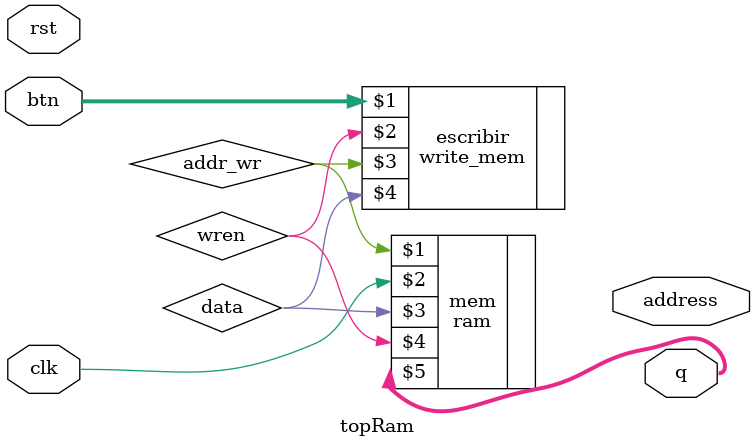
<source format=sv>
module topRam(input logic clk, rst,
				  input logic [2:0] btn,
				  output [7:0] q,
				  output [13:0] address);
				  
logic wren, seconds;

ram mem(addr_wr, clk, data, wren, q);
//counter cont(seconds, rst, 1'b1, addr_cont);
//hhclock div(seconds, clk); // seconds es el clk
write_mem escribir(btn, wren, addr_wr, data);
//mux_21 mux_addr(addr_wr, addr_cont, rst, address); // este lo puedo quitar

endmodule


</source>
